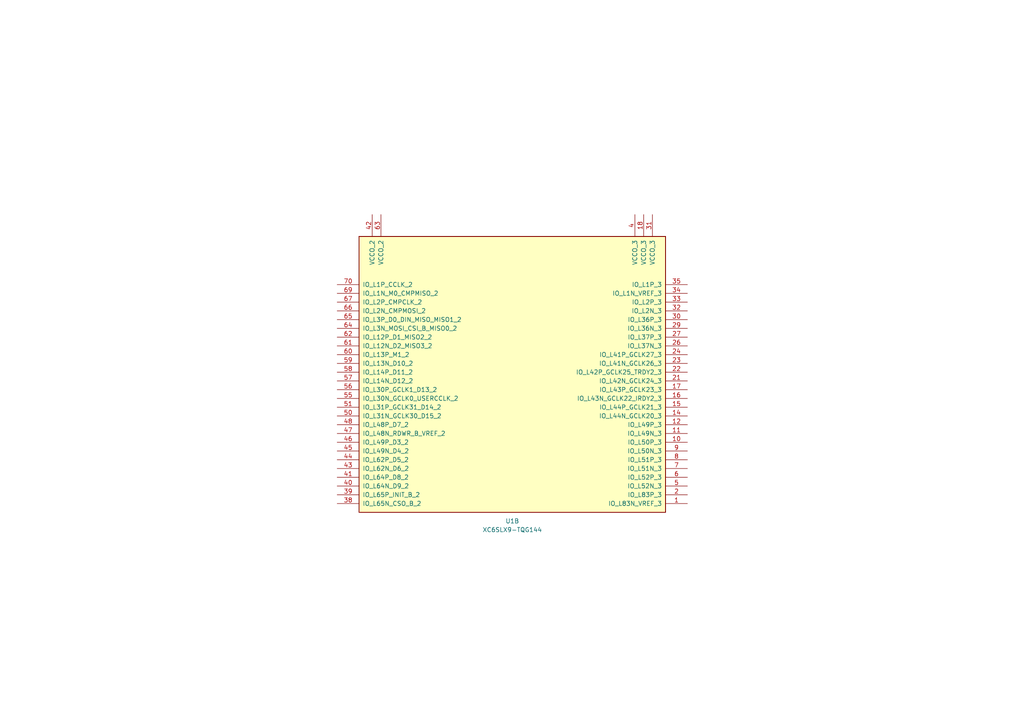
<source format=kicad_sch>
(kicad_sch (version 20231120) (generator "eeschema") (generator_version "8.0")
  (paper "A4")
  (lib_symbols
    (symbol "FPGA_Xilinx_Spartan6:XC6SLX9-TQG144" (pin_names (offset 1.016))
      (property "Reference" "U" (at 0 1.27 0))
      (property "Value" "XC6SLX9-TQG144" (at 0 -1.27 0))
      (symbol "XC6SLX9-TQG144_1_1"
        (rectangle (start -44.45 36.83) (end 44.45 -43.18) (stroke (width 0.254)) (fill (type background)))
        (pin bidirectional line (at 50.8 12.7 180) (length 6.35) (name "IO_L33P_1") (number "100"))
        (pin bidirectional line (at 50.8 15.24 180) (length 6.35) (name "IO_L32N_1") (number "101"))
        (pin bidirectional line (at 50.8 17.78 180) (length 6.35) (name "IO_L32P_1") (number "102"))
        (pin power_in line (at 40.64 43.18 270) (length 6.35) (name "VCCO_1") (number "103"))
        (pin bidirectional line (at 50.8 20.32 180) (length 6.35) (name "IO_L1N_VREF_1") (number "104"))
        (pin bidirectional line (at 50.8 22.86 180) (length 6.35) (name "IO_L1P_1") (number "105"))
        (pin bidirectional line (at -50.8 -40.64 0) (length 6.35) (name "IO_L66N_SCP0_0") (number "111"))
        (pin bidirectional line (at -50.8 -38.1 0) (length 6.35) (name "IO_L66P_SCP1_0") (number "112"))
        (pin bidirectional line (at -50.8 -35.56 0) (length 6.35) (name "IO_L65N_SCP2_0") (number "114"))
        (pin bidirectional line (at -50.8 -33.02 0) (length 6.35) (name "IO_L65P_SCP3_0") (number "115"))
        (pin bidirectional line (at -50.8 -30.48 0) (length 6.35) (name "IO_L64N_SCP4_0") (number "116"))
        (pin bidirectional line (at -50.8 -27.94 0) (length 6.35) (name "IO_L64P_SCP5_0") (number "117"))
        (pin bidirectional line (at -50.8 -25.4 0) (length 6.35) (name "IO_L63N_SCP6_0") (number "118"))
        (pin bidirectional line (at -50.8 -22.86 0) (length 6.35) (name "IO_L63P_SCP7_0") (number "119"))
        (pin bidirectional line (at -50.8 -20.32 0) (length 6.35) (name "IO_L62N_VREF_0") (number "120"))
        (pin bidirectional line (at -50.8 -17.78 0) (length 6.35) (name "IO_L62P_0") (number "121"))
        (pin power_in line (at -40.64 43.18 270) (length 6.35) (name "VCCO_0") (number "122"))
        (pin bidirectional line (at -50.8 -15.24 0) (length 6.35) (name "IO_L37N_GCLK12_0") (number "123"))
        (pin bidirectional line (at -50.8 -12.7 0) (length 6.35) (name "IO_L37P_GCLK13_0") (number "124"))
        (pin power_in line (at -38.1 43.18 270) (length 6.35) (name "VCCO_0") (number "125"))
        (pin bidirectional line (at -50.8 -10.16 0) (length 6.35) (name "IO_L36N_GCLK14_0") (number "126"))
        (pin bidirectional line (at -50.8 -7.62 0) (length 6.35) (name "IO_L36P_GCLK15_0") (number "127"))
        (pin bidirectional line (at -50.8 -5.08 0) (length 6.35) (name "IO_L35N_GCLK16_0") (number "131"))
        (pin bidirectional line (at -50.8 -2.54 0) (length 6.35) (name "IO_L35P_GCLK17_0") (number "132"))
        (pin bidirectional line (at -50.8 0 0) (length 6.35) (name "IO_L34N_GCLK18_0") (number "133"))
        (pin bidirectional line (at -50.8 2.54 0) (length 6.35) (name "IO_L34P_GCLK19_0") (number "134"))
        (pin power_in line (at -35.56 43.18 270) (length 6.35) (name "VCCO_0") (number "135"))
        (pin bidirectional line (at -50.8 5.08 0) (length 6.35) (name "IO_L4N_0") (number "137"))
        (pin bidirectional line (at -50.8 7.62 0) (length 6.35) (name "IO_L4P_0") (number "138"))
        (pin bidirectional line (at -50.8 10.16 0) (length 6.35) (name "IO_L3N_0") (number "139"))
        (pin bidirectional line (at -50.8 12.7 0) (length 6.35) (name "IO_L3P_0") (number "140"))
        (pin bidirectional line (at -50.8 15.24 0) (length 6.35) (name "IO_L2N_0") (number "141"))
        (pin bidirectional line (at -50.8 17.78 0) (length 6.35) (name "IO_L2P_0") (number "142"))
        (pin bidirectional line (at -50.8 20.32 0) (length 6.35) (name "IO_L1N_VREF_0") (number "143"))
        (pin bidirectional line (at -50.8 22.86 0) (length 6.35) (name "IO_L1P_HSWAPEN_0") (number "144"))
        (pin bidirectional line (at 50.8 -35.56 180) (length 6.35) (name "IO_L74N_DOUT_BUSY_1") (number "74"))
        (pin bidirectional line (at 50.8 -33.02 180) (length 6.35) (name "IO_L74P_AWAKE_1") (number "75"))
        (pin power_in line (at 35.56 43.18 270) (length 6.35) (name "VCCO_1") (number "76"))
        (pin bidirectional line (at 50.8 -30.48 180) (length 6.35) (name "IO_L47N_1") (number "78"))
        (pin bidirectional line (at 50.8 -27.94 180) (length 6.35) (name "IO_L47P_1") (number "79"))
        (pin bidirectional line (at 50.8 -25.4 180) (length 6.35) (name "IO_L46N_1") (number "80"))
        (pin bidirectional line (at 50.8 -22.86 180) (length 6.35) (name "IO_L46P_1") (number "81"))
        (pin bidirectional line (at 50.8 -20.32 180) (length 6.35) (name "IO_L45N_1") (number "82"))
        (pin bidirectional line (at 50.8 -17.78 180) (length 6.35) (name "IO_L45P_1") (number "83"))
        (pin bidirectional line (at 50.8 -15.24 180) (length 6.35) (name "IO_L43N_GCLK4_1") (number "84"))
        (pin bidirectional line (at 50.8 -12.7 180) (length 6.35) (name "IO_L43P_GCLK5_1") (number "85"))
        (pin power_in line (at 38.1 43.18 270) (length 6.35) (name "VCCO_1") (number "86"))
        (pin bidirectional line (at 50.8 -10.16 180) (length 6.35) (name "IO_L42N_GCLK6_TRDY1_1") (number "87"))
        (pin bidirectional line (at 50.8 -7.62 180) (length 6.35) (name "IO_L42P_GCLK7_1") (number "88"))
        (pin bidirectional line (at 50.8 -5.08 180) (length 6.35) (name "IO_L41N_GCLK8_1") (number "92"))
        (pin bidirectional line (at 50.8 -2.54 180) (length 6.35) (name "IO_L41P_GCLK9_IRDY1_1") (number "93"))
        (pin bidirectional line (at 50.8 0 180) (length 6.35) (name "IO_L40N_GCLK10_1") (number "94"))
        (pin bidirectional line (at 50.8 2.54 180) (length 6.35) (name "IO_L40P_GCLK11_1") (number "95"))
        (pin bidirectional line (at 50.8 5.08 180) (length 6.35) (name "IO_L34N_1") (number "97"))
        (pin bidirectional line (at 50.8 7.62 180) (length 6.35) (name "IO_L34P_1") (number "98"))
        (pin bidirectional line (at 50.8 10.16 180) (length 6.35) (name "IO_L33N_1") (number "99"))
      )
      (symbol "XC6SLX9-TQG144_2_1"
        (rectangle (start -44.45 36.83) (end 44.45 -43.18) (stroke (width 0.254)) (fill (type background)))
        (pin bidirectional line (at 50.8 -40.64 180) (length 6.35) (name "IO_L83N_VREF_3") (number "1"))
        (pin bidirectional line (at 50.8 -22.86 180) (length 6.35) (name "IO_L50P_3") (number "10"))
        (pin bidirectional line (at 50.8 -20.32 180) (length 6.35) (name "IO_L49N_3") (number "11"))
        (pin bidirectional line (at 50.8 -17.78 180) (length 6.35) (name "IO_L49P_3") (number "12"))
        (pin bidirectional line (at 50.8 -15.24 180) (length 6.35) (name "IO_L44N_GCLK20_3") (number "14"))
        (pin bidirectional line (at 50.8 -12.7 180) (length 6.35) (name "IO_L44P_GCLK21_3") (number "15"))
        (pin bidirectional line (at 50.8 -10.16 180) (length 6.35) (name "IO_L43N_GCLK22_IRDY2_3") (number "16"))
        (pin bidirectional line (at 50.8 -7.62 180) (length 6.35) (name "IO_L43P_GCLK23_3") (number "17"))
        (pin power_in line (at 38.1 43.18 270) (length 6.35) (name "VCCO_3") (number "18"))
        (pin bidirectional line (at 50.8 -38.1 180) (length 6.35) (name "IO_L83P_3") (number "2"))
        (pin bidirectional line (at 50.8 -5.08 180) (length 6.35) (name "IO_L42N_GCLK24_3") (number "21"))
        (pin bidirectional line (at 50.8 -2.54 180) (length 6.35) (name "IO_L42P_GCLK25_TRDY2_3") (number "22"))
        (pin bidirectional line (at 50.8 0 180) (length 6.35) (name "IO_L41N_GCLK26_3") (number "23"))
        (pin bidirectional line (at 50.8 2.54 180) (length 6.35) (name "IO_L41P_GCLK27_3") (number "24"))
        (pin bidirectional line (at 50.8 5.08 180) (length 6.35) (name "IO_L37N_3") (number "26"))
        (pin bidirectional line (at 50.8 7.62 180) (length 6.35) (name "IO_L37P_3") (number "27"))
        (pin bidirectional line (at 50.8 10.16 180) (length 6.35) (name "IO_L36N_3") (number "29"))
        (pin bidirectional line (at 50.8 12.7 180) (length 6.35) (name "IO_L36P_3") (number "30"))
        (pin power_in line (at 40.64 43.18 270) (length 6.35) (name "VCCO_3") (number "31"))
        (pin bidirectional line (at 50.8 15.24 180) (length 6.35) (name "IO_L2N_3") (number "32"))
        (pin bidirectional line (at 50.8 17.78 180) (length 6.35) (name "IO_L2P_3") (number "33"))
        (pin bidirectional line (at 50.8 20.32 180) (length 6.35) (name "IO_L1N_VREF_3") (number "34"))
        (pin bidirectional line (at 50.8 22.86 180) (length 6.35) (name "IO_L1P_3") (number "35"))
        (pin bidirectional line (at -50.8 -40.64 0) (length 6.35) (name "IO_L65N_CSO_B_2") (number "38"))
        (pin bidirectional line (at -50.8 -38.1 0) (length 6.35) (name "IO_L65P_INIT_B_2") (number "39"))
        (pin power_in line (at 35.56 43.18 270) (length 6.35) (name "VCCO_3") (number "4"))
        (pin bidirectional line (at -50.8 -35.56 0) (length 6.35) (name "IO_L64N_D9_2") (number "40"))
        (pin bidirectional line (at -50.8 -33.02 0) (length 6.35) (name "IO_L64P_D8_2") (number "41"))
        (pin power_in line (at -40.64 43.18 270) (length 6.35) (name "VCCO_2") (number "42"))
        (pin bidirectional line (at -50.8 -30.48 0) (length 6.35) (name "IO_L62N_D6_2") (number "43"))
        (pin bidirectional line (at -50.8 -27.94 0) (length 6.35) (name "IO_L62P_D5_2") (number "44"))
        (pin bidirectional line (at -50.8 -25.4 0) (length 6.35) (name "IO_L49N_D4_2") (number "45"))
        (pin bidirectional line (at -50.8 -22.86 0) (length 6.35) (name "IO_L49P_D3_2") (number "46"))
        (pin bidirectional line (at -50.8 -20.32 0) (length 6.35) (name "IO_L48N_RDWR_B_VREF_2") (number "47"))
        (pin bidirectional line (at -50.8 -17.78 0) (length 6.35) (name "IO_L48P_D7_2") (number "48"))
        (pin bidirectional line (at 50.8 -35.56 180) (length 6.35) (name "IO_L52N_3") (number "5"))
        (pin bidirectional line (at -50.8 -15.24 0) (length 6.35) (name "IO_L31N_GCLK30_D15_2") (number "50"))
        (pin bidirectional line (at -50.8 -12.7 0) (length 6.35) (name "IO_L31P_GCLK31_D14_2") (number "51"))
        (pin bidirectional line (at -50.8 -10.16 0) (length 6.35) (name "IO_L30N_GCLK0_USERCCLK_2") (number "55"))
        (pin bidirectional line (at -50.8 -7.62 0) (length 6.35) (name "IO_L30P_GCLK1_D13_2") (number "56"))
        (pin bidirectional line (at -50.8 -5.08 0) (length 6.35) (name "IO_L14N_D12_2") (number "57"))
        (pin bidirectional line (at -50.8 -2.54 0) (length 6.35) (name "IO_L14P_D11_2") (number "58"))
        (pin bidirectional line (at -50.8 0 0) (length 6.35) (name "IO_L13N_D10_2") (number "59"))
        (pin bidirectional line (at 50.8 -33.02 180) (length 6.35) (name "IO_L52P_3") (number "6"))
        (pin bidirectional line (at -50.8 2.54 0) (length 6.35) (name "IO_L13P_M1_2") (number "60"))
        (pin bidirectional line (at -50.8 5.08 0) (length 6.35) (name "IO_L12N_D2_MISO3_2") (number "61"))
        (pin bidirectional line (at -50.8 7.62 0) (length 6.35) (name "IO_L12P_D1_MISO2_2") (number "62"))
        (pin power_in line (at -38.1 43.18 270) (length 6.35) (name "VCCO_2") (number "63"))
        (pin bidirectional line (at -50.8 10.16 0) (length 6.35) (name "IO_L3N_MOSI_CSI_B_MISO0_2") (number "64"))
        (pin bidirectional line (at -50.8 12.7 0) (length 6.35) (name "IO_L3P_D0_DIN_MISO_MISO1_2") (number "65"))
        (pin bidirectional line (at -50.8 15.24 0) (length 6.35) (name "IO_L2N_CMPMOSI_2") (number "66"))
        (pin bidirectional line (at -50.8 17.78 0) (length 6.35) (name "IO_L2P_CMPCLK_2") (number "67"))
        (pin bidirectional line (at -50.8 20.32 0) (length 6.35) (name "IO_L1N_M0_CMPMISO_2") (number "69"))
        (pin bidirectional line (at 50.8 -30.48 180) (length 6.35) (name "IO_L51N_3") (number "7"))
        (pin bidirectional line (at -50.8 22.86 0) (length 6.35) (name "IO_L1P_CCLK_2") (number "70"))
        (pin bidirectional line (at 50.8 -27.94 180) (length 6.35) (name "IO_L51P_3") (number "8"))
        (pin bidirectional line (at 50.8 -25.4 180) (length 6.35) (name "IO_L50N_3") (number "9"))
      )
      (symbol "XC6SLX9-TQG144_3_1"
        (rectangle (start -31.75 15.24) (end 31.75 -15.24) (stroke (width 0.254)) (fill (type background)))
        (pin bidirectional line (at 38.1 10.16 180) (length 6.35) (name "TDO") (number "106"))
        (pin bidirectional line (at 38.1 7.62 180) (length 6.35) (name "TMS") (number "107"))
        (pin bidirectional line (at 38.1 5.08 180) (length 6.35) (name "TCK") (number "109"))
        (pin bidirectional line (at 38.1 12.7 180) (length 6.35) (name "TDI") (number "110"))
        (pin bidirectional line (at 38.1 -2.54 180) (length 6.35) (name "PROGRAM_B_2") (number "37"))
        (pin bidirectional line (at 38.1 0 180) (length 6.35) (name "DONE_2") (number "71"))
        (pin bidirectional line (at 38.1 -12.7 180) (length 6.35) (name "CMPCS_B_2") (number "72"))
        (pin bidirectional line (at 38.1 -7.62 180) (length 6.35) (name "SUSPEND") (number "73"))
      )
      (symbol "XC6SLX9-TQG144_4_1"
        (rectangle (start -19.05 17.78) (end 19.05 -17.78) (stroke (width 0.254)) (fill (type background)))
        (pin power_in line (at 25.4 -7.62 180) (length 6.35) (name "GND") (number "108"))
        (pin power_in line (at 25.4 -10.16 180) (length 6.35) (name "GND") (number "113"))
        (pin power_in line (at 25.4 5.08 180) (length 6.35) (name "VCCINT") (number "128"))
        (pin power_in line (at -25.4 5.08 0) (length 6.35) (name "VCCAUX") (number "129"))
        (pin power_in line (at -25.4 -2.54 0) (length 6.35) (name "GND") (number "13"))
        (pin power_in line (at 25.4 -12.7 180) (length 6.35) (name "GND") (number "130"))
        (pin power_in line (at 25.4 -15.24 180) (length 6.35) (name "GND") (number "136"))
        (pin power_in line (at 25.4 15.24 180) (length 6.35) (name "VCCINT") (number "19"))
        (pin power_in line (at -25.4 15.24 0) (length 6.35) (name "VCCAUX") (number "20"))
        (pin power_in line (at -25.4 -5.08 0) (length 6.35) (name "GND") (number "25"))
        (pin power_in line (at 25.4 12.7 180) (length 6.35) (name "VCCINT") (number "28"))
        (pin power_in line (at -25.4 0 0) (length 6.35) (name "GND") (number "3"))
        (pin power_in line (at -25.4 12.7 0) (length 6.35) (name "VCCAUX") (number "36"))
        (pin power_in line (at -25.4 -7.62 0) (length 6.35) (name "GND") (number "49"))
        (pin power_in line (at 25.4 10.16 180) (length 6.35) (name "VCCINT") (number "52"))
        (pin power_in line (at -25.4 10.16 0) (length 6.35) (name "VCCAUX") (number "53"))
        (pin power_in line (at -25.4 -10.16 0) (length 6.35) (name "GND") (number "54"))
        (pin power_in line (at -25.4 -12.7 0) (length 6.35) (name "GND") (number "68"))
        (pin power_in line (at -25.4 -15.24 0) (length 6.35) (name "GND") (number "77"))
        (pin power_in line (at 25.4 7.62 180) (length 6.35) (name "VCCINT") (number "89"))
        (pin power_in line (at -25.4 7.62 0) (length 6.35) (name "VCCAUX") (number "90"))
        (pin power_in line (at 25.4 -2.54 180) (length 6.35) (name "GND") (number "91"))
        (pin power_in line (at 25.4 -5.08 180) (length 6.35) (name "GND") (number "96"))
      )
    )
  )
  (symbol (lib_id "FPGA_Xilinx_Spartan6:XC6SLX9-TQG144") (at 148.59 105.41 0) (unit 2)
    (property "Reference" "U1" (at 148.59 151.13 0))
    (property "Value" "XC6SLX9-TQG144" (at 148.59 153.67 0))
    (property "Description" "Spartan 6 LX 9 XC6SLX9-TQG144" (effects (hide yes)))
  )
)
</source>
